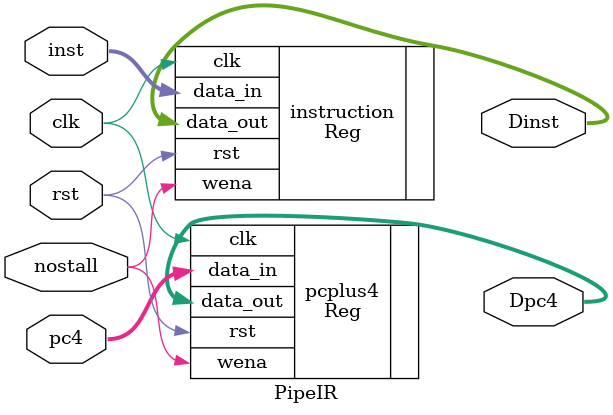
<source format=v>
`timescale 1ns / 1ps

module PipeIR(clk,pc4,inst,nostall,rst,Dinst,Dpc4);
    input clk			;//Ê±ÖÓ
	input [31:0] pc4	;//pc+4
    input [31:0] inst	;//Ö¸Áî
    input nostall		;//ÊÇ·ñ¿Õ
    input rst			;//¸´Î»ÐÅºÅ
    output [31:0] Dinst;//´æµÄÖ¸Áî
    output [31:0] Dpc4 ;//´æµÄpc+4
	Reg pcplus4(.data_in(pc4),.clk(clk),.rst(rst),.wena(nostall),.data_out(Dpc4));
	Reg instruction(.data_in(inst),.clk(clk),.rst(rst),.wena(nostall),.data_out(Dinst));
endmodule

</source>
